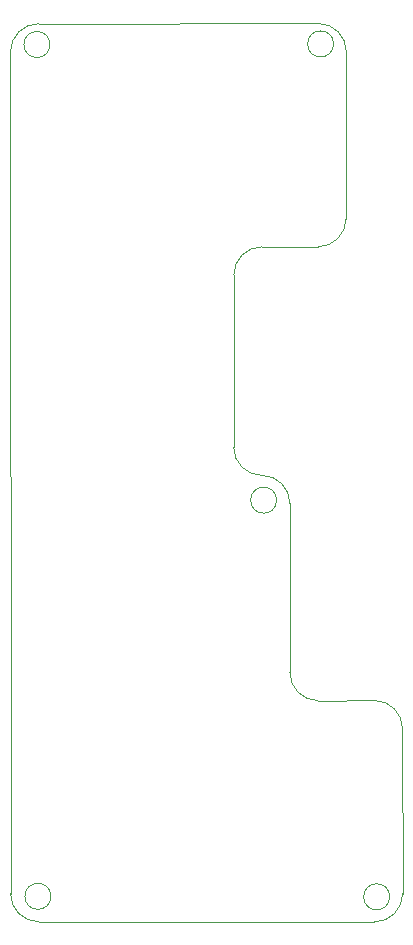
<source format=gm1>
G04 #@! TF.GenerationSoftware,KiCad,Pcbnew,7.0.7*
G04 #@! TF.CreationDate,2023-09-30T17:50:39+09:00*
G04 #@! TF.ProjectId,ind-assemble_R,696e642d-6173-4736-956d-626c655f522e,rev?*
G04 #@! TF.SameCoordinates,Original*
G04 #@! TF.FileFunction,Profile,NP*
%FSLAX46Y46*%
G04 Gerber Fmt 4.6, Leading zero omitted, Abs format (unit mm)*
G04 Created by KiCad (PCBNEW 7.0.7) date 2023-09-30 17:50:39*
%MOMM*%
%LPD*%
G01*
G04 APERTURE LIST*
G04 #@! TA.AperFunction,Profile*
%ADD10C,0.100000*%
G04 #@! TD*
G04 #@! TA.AperFunction,Profile*
%ADD11C,0.010000*%
G04 #@! TD*
G04 APERTURE END LIST*
D10*
X56847549Y-71898798D02*
G75*
G03*
X54468798Y-69522452I-2376349J-2D01*
G01*
X35568798Y-31284998D02*
G75*
G03*
X33187548Y-33666250I2J-2381252D01*
G01*
X52087548Y-67141202D02*
G75*
G03*
X54468798Y-69522452I2381252J2D01*
G01*
X59221202Y-50172452D02*
X54478798Y-50167548D01*
X66382452Y-90958798D02*
G75*
G03*
X64001202Y-88577548I-2381252J-2D01*
G01*
X59241201Y-31257549D02*
X35568798Y-31285000D01*
X33187548Y-33666250D02*
X33197548Y-104941202D01*
X64011202Y-107332452D02*
G75*
G03*
X66392452Y-104951202I-2J2381252D01*
G01*
X56847548Y-86211202D02*
G75*
G03*
X59228798Y-88592452I2381252J2D01*
G01*
X66382452Y-90958798D02*
X66392452Y-104951202D01*
X61622451Y-33638799D02*
G75*
G03*
X59241201Y-31257549I-2381251J-1D01*
G01*
X59221202Y-50172452D02*
G75*
G03*
X61602452Y-47791202I-2J2381252D01*
G01*
X56847549Y-71898798D02*
X56847548Y-86211202D01*
X59228798Y-88592452D02*
X64001202Y-88577548D01*
X61622451Y-33638799D02*
X61602452Y-47791202D01*
X52097548Y-52548798D02*
X52087548Y-67141202D01*
X54478798Y-50167548D02*
G75*
G03*
X52097548Y-52548798I2J-2381252D01*
G01*
X33197548Y-104941202D02*
G75*
G03*
X35578798Y-107322452I2381252J2D01*
G01*
X64011202Y-107332452D02*
X35578798Y-107322452D01*
D11*
X36535000Y-33045000D02*
G75*
G03*
X36535000Y-33045000I-1100000J0D01*
G01*
X36615000Y-105165000D02*
G75*
G03*
X36615000Y-105165000I-1100000J0D01*
G01*
X65295000Y-105205000D02*
G75*
G03*
X65295000Y-105205000I-1100000J0D01*
G01*
X60545000Y-32995000D02*
G75*
G03*
X60545000Y-32995000I-1100000J0D01*
G01*
X55725000Y-71625000D02*
G75*
G03*
X55725000Y-71625000I-1100000J0D01*
G01*
M02*

</source>
